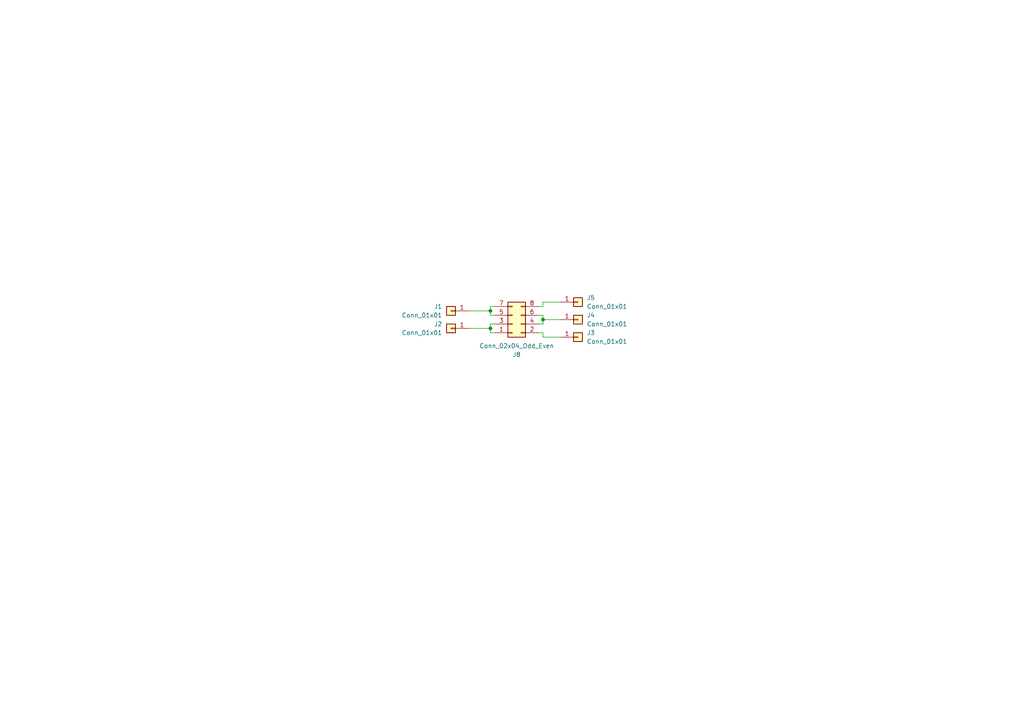
<source format=kicad_sch>
(kicad_sch
	(version 20231120)
	(generator "eeschema")
	(generator_version "8.0")
	(uuid "1e7659f1-43ee-4808-82c1-3e615685d8fa")
	(paper "A4")
	(lib_symbols
		(symbol "Connector_Generic:Conn_01x01"
			(pin_names
				(offset 1.016) hide)
			(exclude_from_sim no)
			(in_bom yes)
			(on_board yes)
			(property "Reference" "J"
				(at 0 2.54 0)
				(effects
					(font
						(size 1.27 1.27)
					)
				)
			)
			(property "Value" "Conn_01x01"
				(at 0 -2.54 0)
				(effects
					(font
						(size 1.27 1.27)
					)
				)
			)
			(property "Footprint" ""
				(at 0 0 0)
				(effects
					(font
						(size 1.27 1.27)
					)
					(hide yes)
				)
			)
			(property "Datasheet" "~"
				(at 0 0 0)
				(effects
					(font
						(size 1.27 1.27)
					)
					(hide yes)
				)
			)
			(property "Description" "Generic connector, single row, 01x01, script generated (kicad-library-utils/schlib/autogen/connector/)"
				(at 0 0 0)
				(effects
					(font
						(size 1.27 1.27)
					)
					(hide yes)
				)
			)
			(property "ki_keywords" "connector"
				(at 0 0 0)
				(effects
					(font
						(size 1.27 1.27)
					)
					(hide yes)
				)
			)
			(property "ki_fp_filters" "Connector*:*_1x??_*"
				(at 0 0 0)
				(effects
					(font
						(size 1.27 1.27)
					)
					(hide yes)
				)
			)
			(symbol "Conn_01x01_1_1"
				(rectangle
					(start -1.27 0.127)
					(end 0 -0.127)
					(stroke
						(width 0.1524)
						(type default)
					)
					(fill
						(type none)
					)
				)
				(rectangle
					(start -1.27 1.27)
					(end 1.27 -1.27)
					(stroke
						(width 0.254)
						(type default)
					)
					(fill
						(type background)
					)
				)
				(pin passive line
					(at -5.08 0 0)
					(length 3.81)
					(name "Pin_1"
						(effects
							(font
								(size 1.27 1.27)
							)
						)
					)
					(number "1"
						(effects
							(font
								(size 1.27 1.27)
							)
						)
					)
				)
			)
		)
		(symbol "Connector_Generic:Conn_02x04_Odd_Even"
			(pin_names
				(offset 1.016) hide)
			(exclude_from_sim no)
			(in_bom yes)
			(on_board yes)
			(property "Reference" "J"
				(at 1.27 5.08 0)
				(effects
					(font
						(size 1.27 1.27)
					)
				)
			)
			(property "Value" "Conn_02x04_Odd_Even"
				(at 1.27 -7.62 0)
				(effects
					(font
						(size 1.27 1.27)
					)
				)
			)
			(property "Footprint" ""
				(at 0 0 0)
				(effects
					(font
						(size 1.27 1.27)
					)
					(hide yes)
				)
			)
			(property "Datasheet" "~"
				(at 0 0 0)
				(effects
					(font
						(size 1.27 1.27)
					)
					(hide yes)
				)
			)
			(property "Description" "Generic connector, double row, 02x04, odd/even pin numbering scheme (row 1 odd numbers, row 2 even numbers), script generated (kicad-library-utils/schlib/autogen/connector/)"
				(at 0 0 0)
				(effects
					(font
						(size 1.27 1.27)
					)
					(hide yes)
				)
			)
			(property "ki_keywords" "connector"
				(at 0 0 0)
				(effects
					(font
						(size 1.27 1.27)
					)
					(hide yes)
				)
			)
			(property "ki_fp_filters" "Connector*:*_2x??_*"
				(at 0 0 0)
				(effects
					(font
						(size 1.27 1.27)
					)
					(hide yes)
				)
			)
			(symbol "Conn_02x04_Odd_Even_1_1"
				(rectangle
					(start -1.27 -4.953)
					(end 0 -5.207)
					(stroke
						(width 0.1524)
						(type default)
					)
					(fill
						(type none)
					)
				)
				(rectangle
					(start -1.27 -2.413)
					(end 0 -2.667)
					(stroke
						(width 0.1524)
						(type default)
					)
					(fill
						(type none)
					)
				)
				(rectangle
					(start -1.27 0.127)
					(end 0 -0.127)
					(stroke
						(width 0.1524)
						(type default)
					)
					(fill
						(type none)
					)
				)
				(rectangle
					(start -1.27 2.667)
					(end 0 2.413)
					(stroke
						(width 0.1524)
						(type default)
					)
					(fill
						(type none)
					)
				)
				(rectangle
					(start -1.27 3.81)
					(end 3.81 -6.35)
					(stroke
						(width 0.254)
						(type default)
					)
					(fill
						(type background)
					)
				)
				(rectangle
					(start 3.81 -4.953)
					(end 2.54 -5.207)
					(stroke
						(width 0.1524)
						(type default)
					)
					(fill
						(type none)
					)
				)
				(rectangle
					(start 3.81 -2.413)
					(end 2.54 -2.667)
					(stroke
						(width 0.1524)
						(type default)
					)
					(fill
						(type none)
					)
				)
				(rectangle
					(start 3.81 0.127)
					(end 2.54 -0.127)
					(stroke
						(width 0.1524)
						(type default)
					)
					(fill
						(type none)
					)
				)
				(rectangle
					(start 3.81 2.667)
					(end 2.54 2.413)
					(stroke
						(width 0.1524)
						(type default)
					)
					(fill
						(type none)
					)
				)
				(pin passive line
					(at -5.08 2.54 0)
					(length 3.81)
					(name "Pin_1"
						(effects
							(font
								(size 1.27 1.27)
							)
						)
					)
					(number "1"
						(effects
							(font
								(size 1.27 1.27)
							)
						)
					)
				)
				(pin passive line
					(at 7.62 2.54 180)
					(length 3.81)
					(name "Pin_2"
						(effects
							(font
								(size 1.27 1.27)
							)
						)
					)
					(number "2"
						(effects
							(font
								(size 1.27 1.27)
							)
						)
					)
				)
				(pin passive line
					(at -5.08 0 0)
					(length 3.81)
					(name "Pin_3"
						(effects
							(font
								(size 1.27 1.27)
							)
						)
					)
					(number "3"
						(effects
							(font
								(size 1.27 1.27)
							)
						)
					)
				)
				(pin passive line
					(at 7.62 0 180)
					(length 3.81)
					(name "Pin_4"
						(effects
							(font
								(size 1.27 1.27)
							)
						)
					)
					(number "4"
						(effects
							(font
								(size 1.27 1.27)
							)
						)
					)
				)
				(pin passive line
					(at -5.08 -2.54 0)
					(length 3.81)
					(name "Pin_5"
						(effects
							(font
								(size 1.27 1.27)
							)
						)
					)
					(number "5"
						(effects
							(font
								(size 1.27 1.27)
							)
						)
					)
				)
				(pin passive line
					(at 7.62 -2.54 180)
					(length 3.81)
					(name "Pin_6"
						(effects
							(font
								(size 1.27 1.27)
							)
						)
					)
					(number "6"
						(effects
							(font
								(size 1.27 1.27)
							)
						)
					)
				)
				(pin passive line
					(at -5.08 -5.08 0)
					(length 3.81)
					(name "Pin_7"
						(effects
							(font
								(size 1.27 1.27)
							)
						)
					)
					(number "7"
						(effects
							(font
								(size 1.27 1.27)
							)
						)
					)
				)
				(pin passive line
					(at 7.62 -5.08 180)
					(length 3.81)
					(name "Pin_8"
						(effects
							(font
								(size 1.27 1.27)
							)
						)
					)
					(number "8"
						(effects
							(font
								(size 1.27 1.27)
							)
						)
					)
				)
			)
		)
	)
	(junction
		(at 142.24 95.25)
		(diameter 0)
		(color 0 0 0 0)
		(uuid "7de94963-0f65-46bb-8a9a-b4fba31f8a3d")
	)
	(junction
		(at 142.24 90.17)
		(diameter 0)
		(color 0 0 0 0)
		(uuid "df83c388-7423-426e-8ad7-043543c608d3")
	)
	(junction
		(at 157.48 92.71)
		(diameter 0)
		(color 0 0 0 0)
		(uuid "fee8658c-2de7-4478-b064-18baabd88d19")
	)
	(wire
		(pts
			(xy 142.24 88.9) (xy 142.24 90.17)
		)
		(stroke
			(width 0)
			(type default)
		)
		(uuid "03c0d2b9-d2e2-4633-9748-bf51e8dea3f0")
	)
	(wire
		(pts
			(xy 157.48 97.79) (xy 162.56 97.79)
		)
		(stroke
			(width 0)
			(type default)
		)
		(uuid "2ab19234-147d-48a4-9132-01c310f75eda")
	)
	(wire
		(pts
			(xy 142.24 93.98) (xy 142.24 95.25)
		)
		(stroke
			(width 0)
			(type default)
		)
		(uuid "2adda3dd-fd23-463e-86bb-515afd31b2d5")
	)
	(wire
		(pts
			(xy 156.21 96.52) (xy 157.48 96.52)
		)
		(stroke
			(width 0)
			(type default)
		)
		(uuid "4189350b-4f8f-451d-9e61-50943bbb49e8")
	)
	(wire
		(pts
			(xy 135.89 95.25) (xy 142.24 95.25)
		)
		(stroke
			(width 0)
			(type default)
		)
		(uuid "5c447cb4-9bd2-423e-aa2e-ca72aa18a809")
	)
	(wire
		(pts
			(xy 157.48 92.71) (xy 162.56 92.71)
		)
		(stroke
			(width 0)
			(type default)
		)
		(uuid "6084f25a-23eb-48c3-bdbd-0df9d2f3acff")
	)
	(wire
		(pts
			(xy 156.21 88.9) (xy 157.48 88.9)
		)
		(stroke
			(width 0)
			(type default)
		)
		(uuid "666b3c0b-ff6f-4507-b025-fabed64830c4")
	)
	(wire
		(pts
			(xy 156.21 91.44) (xy 157.48 91.44)
		)
		(stroke
			(width 0)
			(type default)
		)
		(uuid "6f2b15e4-ab11-453a-b542-138e80ac850b")
	)
	(wire
		(pts
			(xy 157.48 91.44) (xy 157.48 92.71)
		)
		(stroke
			(width 0)
			(type default)
		)
		(uuid "86583250-512f-4107-bf06-d4ff03788569")
	)
	(wire
		(pts
			(xy 156.21 93.98) (xy 157.48 93.98)
		)
		(stroke
			(width 0)
			(type default)
		)
		(uuid "8f3b2baf-760d-4c08-bb9a-0b93a50367ca")
	)
	(wire
		(pts
			(xy 142.24 95.25) (xy 142.24 96.52)
		)
		(stroke
			(width 0)
			(type default)
		)
		(uuid "a0dc78e9-a8c1-4cf8-9c8c-4878fcfe3148")
	)
	(wire
		(pts
			(xy 135.89 90.17) (xy 142.24 90.17)
		)
		(stroke
			(width 0)
			(type default)
		)
		(uuid "a573b5ef-a2b6-4605-9004-e4c2edeb2cbe")
	)
	(wire
		(pts
			(xy 142.24 96.52) (xy 143.51 96.52)
		)
		(stroke
			(width 0)
			(type default)
		)
		(uuid "aad83a32-d236-4aad-bf0f-9ce995c296e0")
	)
	(wire
		(pts
			(xy 157.48 88.9) (xy 157.48 87.63)
		)
		(stroke
			(width 0)
			(type default)
		)
		(uuid "ab1fb4f0-f75d-4a96-94cf-a9290f4d46e2")
	)
	(wire
		(pts
			(xy 142.24 90.17) (xy 142.24 91.44)
		)
		(stroke
			(width 0)
			(type default)
		)
		(uuid "c14522e4-1597-4776-9305-09b1d61ae1b4")
	)
	(wire
		(pts
			(xy 157.48 96.52) (xy 157.48 97.79)
		)
		(stroke
			(width 0)
			(type default)
		)
		(uuid "c891991a-2ced-4e2d-9c40-8ef4f91b445d")
	)
	(wire
		(pts
			(xy 157.48 92.71) (xy 157.48 93.98)
		)
		(stroke
			(width 0)
			(type default)
		)
		(uuid "d8c94b2a-f88a-43a6-a40c-13b4ee1c2170")
	)
	(wire
		(pts
			(xy 142.24 93.98) (xy 143.51 93.98)
		)
		(stroke
			(width 0)
			(type default)
		)
		(uuid "d921ea9f-4f51-48a7-8804-7088a20bfcd2")
	)
	(wire
		(pts
			(xy 142.24 91.44) (xy 143.51 91.44)
		)
		(stroke
			(width 0)
			(type default)
		)
		(uuid "f8f66a97-dd67-4003-8326-87d79364a500")
	)
	(wire
		(pts
			(xy 157.48 87.63) (xy 162.56 87.63)
		)
		(stroke
			(width 0)
			(type default)
		)
		(uuid "f98e6d67-482c-4818-ad96-af8f2241c484")
	)
	(wire
		(pts
			(xy 142.24 88.9) (xy 143.51 88.9)
		)
		(stroke
			(width 0)
			(type default)
		)
		(uuid "fd161468-fa50-4a1b-87bf-81ad39bcc8df")
	)
	(symbol
		(lib_id "Connector_Generic:Conn_01x01")
		(at 167.64 97.79 0)
		(unit 1)
		(exclude_from_sim no)
		(in_bom yes)
		(on_board yes)
		(dnp no)
		(fields_autoplaced yes)
		(uuid "1e2bcc7c-d03a-4f7e-bf7b-84eb3a63e0a9")
		(property "Reference" "J3"
			(at 170.18 96.5199 0)
			(effects
				(font
					(size 1.27 1.27)
				)
				(justify left)
			)
		)
		(property "Value" "Conn_01x01"
			(at 170.18 99.0599 0)
			(effects
				(font
					(size 1.27 1.27)
				)
				(justify left)
			)
		)
		(property "Footprint" "PogoProbe:PogoRecptacle_D1.4mm_OD2.0mm"
			(at 167.64 97.79 0)
			(effects
				(font
					(size 1.27 1.27)
				)
				(hide yes)
			)
		)
		(property "Datasheet" "~"
			(at 167.64 97.79 0)
			(effects
				(font
					(size 1.27 1.27)
				)
				(hide yes)
			)
		)
		(property "Description" "Generic connector, single row, 01x01, script generated (kicad-library-utils/schlib/autogen/connector/)"
			(at 167.64 97.79 0)
			(effects
				(font
					(size 1.27 1.27)
				)
				(hide yes)
			)
		)
		(pin "1"
			(uuid "cd09ad9c-43e5-42fe-9e63-0657d6f93209")
		)
		(instances
			(project "PogoPower_KiCad8"
				(path "/1e7659f1-43ee-4808-82c1-3e615685d8fa"
					(reference "J3")
					(unit 1)
				)
			)
		)
	)
	(symbol
		(lib_id "Connector_Generic:Conn_01x01")
		(at 167.64 92.71 0)
		(unit 1)
		(exclude_from_sim no)
		(in_bom yes)
		(on_board yes)
		(dnp no)
		(fields_autoplaced yes)
		(uuid "8956cef4-3b33-4d25-ad0f-ebf7d5eca653")
		(property "Reference" "J4"
			(at 170.18 91.4399 0)
			(effects
				(font
					(size 1.27 1.27)
				)
				(justify left)
			)
		)
		(property "Value" "Conn_01x01"
			(at 170.18 93.9799 0)
			(effects
				(font
					(size 1.27 1.27)
				)
				(justify left)
			)
		)
		(property "Footprint" "PogoProbe:PogoRecptacle_D1.4mm_OD2.0mm"
			(at 167.64 92.71 0)
			(effects
				(font
					(size 1.27 1.27)
				)
				(hide yes)
			)
		)
		(property "Datasheet" "~"
			(at 167.64 92.71 0)
			(effects
				(font
					(size 1.27 1.27)
				)
				(hide yes)
			)
		)
		(property "Description" "Generic connector, single row, 01x01, script generated (kicad-library-utils/schlib/autogen/connector/)"
			(at 167.64 92.71 0)
			(effects
				(font
					(size 1.27 1.27)
				)
				(hide yes)
			)
		)
		(pin "1"
			(uuid "8e972340-27d0-4918-89e5-4fff8b91c831")
		)
		(instances
			(project "PogoPower_KiCad8"
				(path "/1e7659f1-43ee-4808-82c1-3e615685d8fa"
					(reference "J4")
					(unit 1)
				)
			)
		)
	)
	(symbol
		(lib_id "Connector_Generic:Conn_01x01")
		(at 167.64 87.63 0)
		(unit 1)
		(exclude_from_sim no)
		(in_bom yes)
		(on_board yes)
		(dnp no)
		(fields_autoplaced yes)
		(uuid "abddf92d-67dd-48c7-99f5-40bac8098391")
		(property "Reference" "J5"
			(at 170.18 86.3599 0)
			(effects
				(font
					(size 1.27 1.27)
				)
				(justify left)
			)
		)
		(property "Value" "Conn_01x01"
			(at 170.18 88.8999 0)
			(effects
				(font
					(size 1.27 1.27)
				)
				(justify left)
			)
		)
		(property "Footprint" "PogoProbe:PogoRecptacle_D1.4mm_OD2.0mm"
			(at 167.64 87.63 0)
			(effects
				(font
					(size 1.27 1.27)
				)
				(hide yes)
			)
		)
		(property "Datasheet" "~"
			(at 167.64 87.63 0)
			(effects
				(font
					(size 1.27 1.27)
				)
				(hide yes)
			)
		)
		(property "Description" "Generic connector, single row, 01x01, script generated (kicad-library-utils/schlib/autogen/connector/)"
			(at 167.64 87.63 0)
			(effects
				(font
					(size 1.27 1.27)
				)
				(hide yes)
			)
		)
		(pin "1"
			(uuid "3ad83696-7a6b-4ef7-ad16-c3311734e5dd")
		)
		(instances
			(project "PogoPower_KiCad8"
				(path "/1e7659f1-43ee-4808-82c1-3e615685d8fa"
					(reference "J5")
					(unit 1)
				)
			)
		)
	)
	(symbol
		(lib_id "Connector_Generic:Conn_01x01")
		(at 130.81 90.17 0)
		(mirror y)
		(unit 1)
		(exclude_from_sim no)
		(in_bom yes)
		(on_board yes)
		(dnp no)
		(fields_autoplaced yes)
		(uuid "c49ac9be-7b89-4e42-9bf7-191a2d0c67b3")
		(property "Reference" "J1"
			(at 128.27 88.8999 0)
			(effects
				(font
					(size 1.27 1.27)
				)
				(justify left)
			)
		)
		(property "Value" "Conn_01x01"
			(at 128.27 91.4399 0)
			(effects
				(font
					(size 1.27 1.27)
				)
				(justify left)
			)
		)
		(property "Footprint" "PogoProbe:PogoRecptacle_D1.4mm_OD2.0mm"
			(at 130.81 90.17 0)
			(effects
				(font
					(size 1.27 1.27)
				)
				(hide yes)
			)
		)
		(property "Datasheet" "~"
			(at 130.81 90.17 0)
			(effects
				(font
					(size 1.27 1.27)
				)
				(hide yes)
			)
		)
		(property "Description" "Generic connector, single row, 01x01, script generated (kicad-library-utils/schlib/autogen/connector/)"
			(at 130.81 90.17 0)
			(effects
				(font
					(size 1.27 1.27)
				)
				(hide yes)
			)
		)
		(pin "1"
			(uuid "53910cda-7ab0-4d7f-b4c2-1941af0946e3")
		)
		(instances
			(project "PogoPower_KiCad8"
				(path "/1e7659f1-43ee-4808-82c1-3e615685d8fa"
					(reference "J1")
					(unit 1)
				)
			)
		)
	)
	(symbol
		(lib_id "Connector_Generic:Conn_02x04_Odd_Even")
		(at 148.59 93.98 0)
		(mirror x)
		(unit 1)
		(exclude_from_sim no)
		(in_bom yes)
		(on_board yes)
		(dnp no)
		(uuid "d004ada4-4672-4056-b37f-0aeb2bdcaf12")
		(property "Reference" "J8"
			(at 149.86 102.87 0)
			(effects
				(font
					(size 1.27 1.27)
				)
			)
		)
		(property "Value" "Conn_02x04_Odd_Even"
			(at 149.86 100.33 0)
			(effects
				(font
					(size 1.27 1.27)
				)
			)
		)
		(property "Footprint" "Connector_PinHeader_2.54mm:PinHeader_2x04_P2.54mm_Vertical"
			(at 148.59 93.98 0)
			(effects
				(font
					(size 1.27 1.27)
				)
				(hide yes)
			)
		)
		(property "Datasheet" "~"
			(at 148.59 93.98 0)
			(effects
				(font
					(size 1.27 1.27)
				)
				(hide yes)
			)
		)
		(property "Description" "Generic connector, double row, 02x04, odd/even pin numbering scheme (row 1 odd numbers, row 2 even numbers), script generated (kicad-library-utils/schlib/autogen/connector/)"
			(at 148.59 93.98 0)
			(effects
				(font
					(size 1.27 1.27)
				)
				(hide yes)
			)
		)
		(pin "2"
			(uuid "4d7e81cb-ef51-4a82-b31c-ed2171765383")
		)
		(pin "6"
			(uuid "5504f6e1-303a-481d-8b83-5d059f1550f9")
		)
		(pin "8"
			(uuid "32ddb415-7ba3-4780-a238-98f6122033da")
		)
		(pin "5"
			(uuid "13aaffaa-3c85-41d1-9d7c-cf1d75f057e3")
		)
		(pin "7"
			(uuid "4906f6ea-193e-4860-bf1c-e920da5b8145")
		)
		(pin "4"
			(uuid "71c7a321-4092-4540-80ed-55ac12787635")
		)
		(pin "3"
			(uuid "bc3377bb-2aa6-49cc-96b7-6402629cb307")
		)
		(pin "1"
			(uuid "f81fcf9b-d975-4d48-b61d-8c5cc08cdbb7")
		)
		(instances
			(project "PogoPower_KiCad8"
				(path "/1e7659f1-43ee-4808-82c1-3e615685d8fa"
					(reference "J8")
					(unit 1)
				)
			)
		)
	)
	(symbol
		(lib_id "Connector_Generic:Conn_01x01")
		(at 130.81 95.25 0)
		(mirror y)
		(unit 1)
		(exclude_from_sim no)
		(in_bom yes)
		(on_board yes)
		(dnp no)
		(fields_autoplaced yes)
		(uuid "e14cd91f-d8f3-43fc-b5b6-95e8b906b1ed")
		(property "Reference" "J2"
			(at 128.27 93.9799 0)
			(effects
				(font
					(size 1.27 1.27)
				)
				(justify left)
			)
		)
		(property "Value" "Conn_01x01"
			(at 128.27 96.5199 0)
			(effects
				(font
					(size 1.27 1.27)
				)
				(justify left)
			)
		)
		(property "Footprint" "PogoProbe:PogoRecptacle_D1.4mm_OD2.0mm"
			(at 130.81 95.25 0)
			(effects
				(font
					(size 1.27 1.27)
				)
				(hide yes)
			)
		)
		(property "Datasheet" "~"
			(at 130.81 95.25 0)
			(effects
				(font
					(size 1.27 1.27)
				)
				(hide yes)
			)
		)
		(property "Description" "Generic connector, single row, 01x01, script generated (kicad-library-utils/schlib/autogen/connector/)"
			(at 130.81 95.25 0)
			(effects
				(font
					(size 1.27 1.27)
				)
				(hide yes)
			)
		)
		(pin "1"
			(uuid "0d1c81db-dfd8-4b80-8000-a0a373452acc")
		)
		(instances
			(project "PogoPower_KiCad8"
				(path "/1e7659f1-43ee-4808-82c1-3e615685d8fa"
					(reference "J2")
					(unit 1)
				)
			)
		)
	)
	(sheet_instances
		(path "/"
			(page "1")
		)
	)
)

</source>
